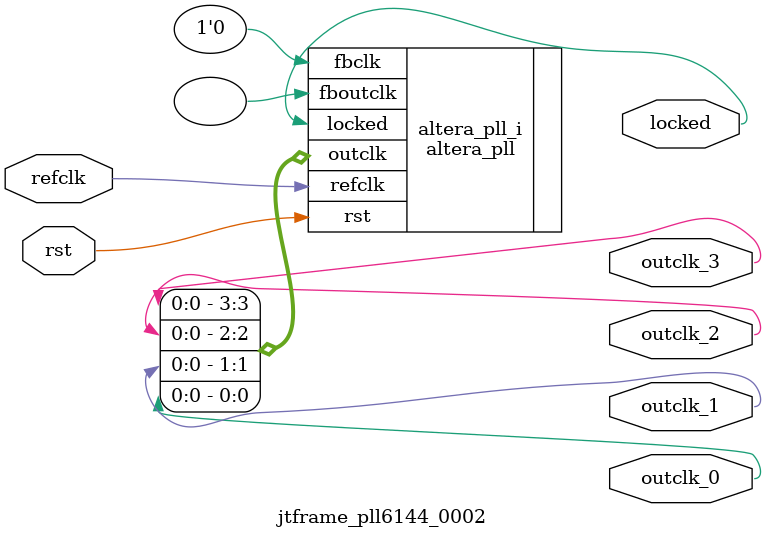
<source format=v>
`timescale 1ns/10ps
module  jtframe_pll6144_0002(

	// interface 'refclk'
	input wire refclk,

	// interface 'reset'
	input wire rst,

	// interface 'outclk0'
	output wire outclk_0,

	// interface 'outclk1'
	output wire outclk_1,

	// interface 'outclk2'
	output wire outclk_2,

	// interface 'outclk3'
	output wire outclk_3,

	// interface 'locked'
	output wire locked
);

	altera_pll #(
		.fractional_vco_multiplier("true"),
		.reference_clock_frequency("50.0 MHz"),
		.operation_mode("direct"),
		.number_of_clocks(4),
		.output_clock_frequency0("49.152000 MHz"),
		.phase_shift0("0 ps"),
		.duty_cycle0(50),
		.output_clock_frequency1("49.152000 MHz"),
		.phase_shift1("4995 ps"),
		.duty_cycle1(50),
		.output_clock_frequency2("24.576000 MHz"),
		.phase_shift2("0 ps"),
		.duty_cycle2(50),
		.output_clock_frequency3("6.144000 MHz"),
		.phase_shift3("0 ps"),
		.duty_cycle3(50),
		.output_clock_frequency4("0 MHz"),
		.phase_shift4("0 ps"),
		.duty_cycle4(50),
		.output_clock_frequency5("0 MHz"),
		.phase_shift5("0 ps"),
		.duty_cycle5(50),
		.output_clock_frequency6("0 MHz"),
		.phase_shift6("0 ps"),
		.duty_cycle6(50),
		.output_clock_frequency7("0 MHz"),
		.phase_shift7("0 ps"),
		.duty_cycle7(50),
		.output_clock_frequency8("0 MHz"),
		.phase_shift8("0 ps"),
		.duty_cycle8(50),
		.output_clock_frequency9("0 MHz"),
		.phase_shift9("0 ps"),
		.duty_cycle9(50),
		.output_clock_frequency10("0 MHz"),
		.phase_shift10("0 ps"),
		.duty_cycle10(50),
		.output_clock_frequency11("0 MHz"),
		.phase_shift11("0 ps"),
		.duty_cycle11(50),
		.output_clock_frequency12("0 MHz"),
		.phase_shift12("0 ps"),
		.duty_cycle12(50),
		.output_clock_frequency13("0 MHz"),
		.phase_shift13("0 ps"),
		.duty_cycle13(50),
		.output_clock_frequency14("0 MHz"),
		.phase_shift14("0 ps"),
		.duty_cycle14(50),
		.output_clock_frequency15("0 MHz"),
		.phase_shift15("0 ps"),
		.duty_cycle15(50),
		.output_clock_frequency16("0 MHz"),
		.phase_shift16("0 ps"),
		.duty_cycle16(50),
		.output_clock_frequency17("0 MHz"),
		.phase_shift17("0 ps"),
		.duty_cycle17(50),
		.pll_type("General"),
		.pll_subtype("General")
	) altera_pll_i (
		.rst	(rst),
		.outclk	({outclk_3, outclk_2, outclk_1, outclk_0}),
		.locked	(locked),
		.fboutclk	( ),
		.fbclk	(1'b0),
		.refclk	(refclk)
	);
endmodule


</source>
